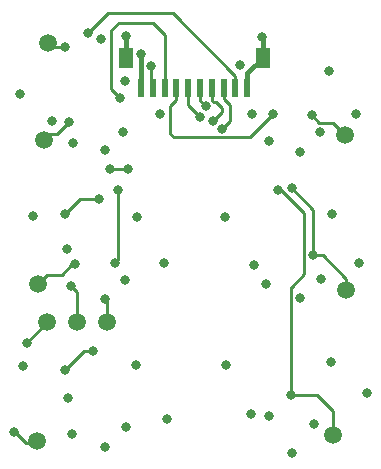
<source format=gbr>
%TF.GenerationSoftware,KiCad,Pcbnew,(5.99.0-11604-g878538abff)*%
%TF.CreationDate,2021-08-06T14:00:02+02:00*%
%TF.ProjectId,pixel-pump-ui-board,7375636b-6572-42d6-9f6e-652d75692d62,rev?*%
%TF.SameCoordinates,Original*%
%TF.FileFunction,Copper,L4,Bot*%
%TF.FilePolarity,Positive*%
%FSLAX46Y46*%
G04 Gerber Fmt 4.6, Leading zero omitted, Abs format (unit mm)*
G04 Created by KiCad (PCBNEW (5.99.0-11604-g878538abff)) date 2021-08-06 14:00:02*
%MOMM*%
%LPD*%
G01*
G04 APERTURE LIST*
%TA.AperFunction,SMDPad,CuDef*%
%ADD10C,1.500000*%
%TD*%
%TA.AperFunction,SMDPad,CuDef*%
%ADD11R,0.600000X1.550000*%
%TD*%
%TA.AperFunction,SMDPad,CuDef*%
%ADD12R,1.200000X1.800000*%
%TD*%
%TA.AperFunction,ViaPad*%
%ADD13C,0.800000*%
%TD*%
%TA.AperFunction,Conductor*%
%ADD14C,0.400000*%
%TD*%
%TA.AperFunction,Conductor*%
%ADD15C,0.250000*%
%TD*%
G04 APERTURE END LIST*
D10*
%TO.P,TP9,1,1*%
%TO.N,+5V*%
X72085200Y-93573600D03*
%TD*%
%TO.P,TP3,1,1*%
%TO.N,LOW_BTN*%
X68707000Y-90297000D03*
%TD*%
D11*
%TO.P,J1,1,1*%
%TO.N,GND*%
X86465800Y-73713600D03*
%TO.P,J1,2,2*%
%TO.N,LED_DATA*%
X85465800Y-73713600D03*
%TO.P,J1,3,3*%
%TO.N,TRIGGER_BTN*%
X84465800Y-73713600D03*
%TO.P,J1,4,4*%
%TO.N,REVERSE_BTN*%
X83465800Y-73713600D03*
%TO.P,J1,5,5*%
%TO.N,HIGH_BTN*%
X82465800Y-73713600D03*
%TO.P,J1,6,6*%
%TO.N,LOW_BTN*%
X81465800Y-73713600D03*
%TO.P,J1,7,7*%
%TO.N,DROP_BTN*%
X80465800Y-73713600D03*
%TO.P,J1,8,8*%
%TO.N,LIFT_BTN*%
X79465800Y-73713600D03*
%TO.P,J1,9,9*%
%TO.N,+3V3*%
X78465800Y-73713600D03*
%TO.P,J1,10,10*%
%TO.N,+5V*%
X77465800Y-73713600D03*
D12*
%TO.P,J1,S1,SHIELD*%
%TO.N,GND*%
X87765800Y-71188600D03*
%TO.P,J1,S2,SHIELD*%
X76165800Y-71188600D03*
%TD*%
D10*
%TO.P,TP4,1,1*%
%TO.N,DROP_BTN*%
X94767400Y-77724000D03*
%TD*%
%TO.P,TP2,1,1*%
%TO.N,LIFT_BTN*%
X69240400Y-78130400D03*
%TD*%
%TO.P,TP7,1,1*%
%TO.N,TRIGGER_BTN*%
X93700600Y-103124000D03*
%TD*%
%TO.P,TP5,1,1*%
%TO.N,REVERSE_BTN*%
X68681600Y-103657400D03*
%TD*%
%TO.P,TP1,1,1*%
%TO.N,GND*%
X74625200Y-93573600D03*
%TD*%
%TO.P,TP8,1,1*%
%TO.N,LED_DATA*%
X69621400Y-69951600D03*
%TD*%
%TO.P,TP10,1,1*%
%TO.N,+3V3*%
X69545200Y-93573600D03*
%TD*%
%TO.P,TP6,1,1*%
%TO.N,HIGH_BTN*%
X94818200Y-90830400D03*
%TD*%
D13*
%TO.N,GND*%
X86842600Y-75920600D03*
X74447400Y-91617800D03*
X76174600Y-69316600D03*
X74066400Y-69596000D03*
X76123800Y-89966800D03*
X90271600Y-104648000D03*
X92659200Y-77444600D03*
X74422000Y-104089200D03*
X74422000Y-78994000D03*
X75971400Y-77419200D03*
X79679800Y-101727000D03*
X87731600Y-69443600D03*
X79086158Y-75897278D03*
X96600000Y-99600000D03*
X79425800Y-88569800D03*
X95707200Y-75946000D03*
X76174600Y-102438200D03*
X92100000Y-102200000D03*
X92684600Y-89941400D03*
X95961200Y-88544400D03*
X87045800Y-88696800D03*
X86791800Y-101295200D03*
X90957400Y-79146400D03*
X69900800Y-76530200D03*
X90957400Y-91490800D03*
X71300000Y-100000000D03*
X71200000Y-87400000D03*
%TO.N,LIFT_BTN*%
X75717400Y-74599800D03*
X71374000Y-76606400D03*
%TO.N,HIGH_BTN*%
X90220800Y-82194400D03*
X92049600Y-87909400D03*
X82931000Y-75260200D03*
%TO.N,REVERSE_BTN*%
X76377800Y-80594200D03*
X66700000Y-102900000D03*
X74853800Y-80568800D03*
X83540600Y-76530200D03*
%TO.N,DROP_BTN*%
X88671400Y-75895200D03*
X91948000Y-76047600D03*
%TO.N,LOW_BTN*%
X75285600Y-88569800D03*
X71907400Y-88620600D03*
X82487984Y-76179533D03*
X75539600Y-82372200D03*
%TO.N,TRIGGER_BTN*%
X90170000Y-99745800D03*
X89052400Y-82372200D03*
X84328000Y-77165200D03*
%TO.N,+5V*%
X84683600Y-97155000D03*
X88036400Y-90297000D03*
X71628000Y-103047800D03*
X71678800Y-78384400D03*
X71526400Y-90474800D03*
X85877400Y-71805800D03*
X84607400Y-84632800D03*
X68351400Y-84582000D03*
X93624400Y-84404200D03*
X88341200Y-101473000D03*
X76123800Y-73152000D03*
X88341200Y-78257400D03*
X93548200Y-96926400D03*
X77089000Y-84632800D03*
X67250000Y-74250000D03*
X77470000Y-70840600D03*
X77063600Y-97155000D03*
X93345000Y-72263000D03*
X67487800Y-97231200D03*
%TO.N,LED_DATA*%
X71000000Y-70250000D03*
X72974200Y-69088000D03*
%TO.N,DO_DROP*%
X70993000Y-84429600D03*
X73914000Y-83108800D03*
%TO.N,DO_HIGH*%
X73380600Y-95961200D03*
X70993000Y-97586800D03*
%TO.N,+3V3*%
X67800000Y-95300000D03*
X78333600Y-71907400D03*
%TD*%
D14*
%TO.N,GND*%
X87765800Y-69477800D02*
X87731600Y-69443600D01*
D15*
X74625200Y-93573600D02*
X74625200Y-91795600D01*
D14*
X76165800Y-71188600D02*
X76165800Y-69325400D01*
X76165800Y-69325400D02*
X76174600Y-69316600D01*
X87765800Y-71188600D02*
X87765800Y-69477800D01*
X86465800Y-72488600D02*
X87765800Y-71188600D01*
D15*
X74625200Y-91795600D02*
X74447400Y-91617800D01*
D14*
X86465800Y-73713600D02*
X86465800Y-72488600D01*
D15*
%TO.N,LIFT_BTN*%
X75717400Y-74599800D02*
X74930000Y-73812400D01*
X78460600Y-68224400D02*
X79465800Y-69229600D01*
X74930000Y-73812400D02*
X74930000Y-68859400D01*
X74930000Y-68859400D02*
X75565000Y-68224400D01*
X70383400Y-77597000D02*
X71374000Y-76606400D01*
X69240400Y-78130400D02*
X69773800Y-77597000D01*
X70180200Y-77597000D02*
X70383400Y-77597000D01*
X69773800Y-77597000D02*
X70180200Y-77597000D01*
X79465800Y-69229600D02*
X79465800Y-73713600D01*
X75565000Y-68224400D02*
X78460600Y-68224400D01*
%TO.N,HIGH_BTN*%
X82931000Y-75260200D02*
X82465800Y-74795000D01*
X92049600Y-84023200D02*
X92049600Y-87909400D01*
X82465800Y-74795000D02*
X82465800Y-73713600D01*
X94818200Y-89890600D02*
X92837000Y-87909400D01*
X94818200Y-90830400D02*
X94818200Y-89890600D01*
X90220800Y-82194400D02*
X92049600Y-84023200D01*
X92837000Y-87909400D02*
X92049600Y-87909400D01*
%TO.N,REVERSE_BTN*%
X83465800Y-74770400D02*
X83465800Y-73713600D01*
X83820000Y-74904600D02*
X83600000Y-74904600D01*
X67700000Y-103800000D02*
X68539000Y-103800000D01*
X66700000Y-102900000D02*
X66800000Y-102900000D01*
X66800000Y-102900000D02*
X67700000Y-103800000D01*
X68539000Y-103800000D02*
X68681600Y-103657400D01*
X74879200Y-80594200D02*
X74853800Y-80568800D01*
X83600000Y-74904600D02*
X83465800Y-74770400D01*
X84328000Y-75742800D02*
X84328000Y-75412600D01*
X83540600Y-76530200D02*
X84328000Y-75742800D01*
X68681600Y-103657400D02*
X68681600Y-103454200D01*
X76377800Y-80594200D02*
X74879200Y-80594200D01*
X84328000Y-75412600D02*
X83820000Y-74904600D01*
%TO.N,DROP_BTN*%
X92557600Y-76657200D02*
X91948000Y-76047600D01*
X79959200Y-75285600D02*
X79959200Y-77622400D01*
X86676899Y-77889701D02*
X88671400Y-75895200D01*
X94767400Y-77724000D02*
X93700600Y-76657200D01*
X80465800Y-74779000D02*
X79959200Y-75285600D01*
X93700600Y-76657200D02*
X93573600Y-76657200D01*
X83122101Y-77889701D02*
X86676899Y-77889701D01*
X83110002Y-77901800D02*
X83122101Y-77889701D01*
X93573600Y-76657200D02*
X92557600Y-76657200D01*
X80465800Y-73713600D02*
X80465800Y-74779000D01*
X79959200Y-77622400D02*
X80238600Y-77901800D01*
X80238600Y-77901800D02*
X83110002Y-77901800D01*
%TO.N,LOW_BTN*%
X70739000Y-89535000D02*
X71577200Y-88696800D01*
X75539600Y-82372200D02*
X75539600Y-88315800D01*
X81465800Y-73713600D02*
X81465800Y-75157349D01*
X71577200Y-88696800D02*
X71653400Y-88620600D01*
X81465800Y-75157349D02*
X82487984Y-76179533D01*
X75539600Y-88315800D02*
X75285600Y-88569800D01*
X68707000Y-90297000D02*
X69469000Y-89535000D01*
X69469000Y-89535000D02*
X70739000Y-89535000D01*
X71653400Y-88620600D02*
X71907400Y-88620600D01*
%TO.N,TRIGGER_BTN*%
X84963000Y-76530200D02*
X84963000Y-75158600D01*
X89357200Y-82372200D02*
X91262200Y-84277200D01*
X84328000Y-77165200D02*
X84963000Y-76530200D01*
X91262200Y-89509600D02*
X90220800Y-90551000D01*
X84465800Y-74661400D02*
X84465800Y-73713600D01*
X89052400Y-82372200D02*
X89357200Y-82372200D01*
X84963000Y-75158600D02*
X84465800Y-74661400D01*
X90220800Y-90551000D02*
X90170000Y-90601800D01*
X90170000Y-90601800D02*
X90170000Y-99745800D01*
X91262200Y-84277200D02*
X91262200Y-89509600D01*
X93700600Y-101092000D02*
X92354400Y-99745800D01*
X92354400Y-99745800D02*
X90170000Y-99745800D01*
X93700600Y-103124000D02*
X93700600Y-101092000D01*
D14*
%TO.N,+5V*%
X77465800Y-73713600D02*
X77465800Y-70844800D01*
D15*
X72085200Y-93573600D02*
X72085200Y-91033600D01*
D14*
X77465800Y-70844800D02*
X77470000Y-70840600D01*
D15*
X72085200Y-91033600D02*
X71526400Y-90474800D01*
%TO.N,LED_DATA*%
X85465800Y-72688600D02*
X80138000Y-67360800D01*
X85465800Y-73713600D02*
X85465800Y-72688600D01*
X77444600Y-67360800D02*
X74701400Y-67360800D01*
X74701400Y-67360800D02*
X72974200Y-69088000D01*
X71000000Y-70250000D02*
X69919800Y-70250000D01*
X80138000Y-67360800D02*
X77444600Y-67360800D01*
X69919800Y-70250000D02*
X69621400Y-69951600D01*
%TO.N,DO_DROP*%
X72313800Y-83108800D02*
X70993000Y-84429600D01*
X73914000Y-83108800D02*
X72313800Y-83108800D01*
%TO.N,DO_HIGH*%
X72618600Y-95961200D02*
X70993000Y-97586800D01*
X73380600Y-95961200D02*
X72618600Y-95961200D01*
%TO.N,+3V3*%
X78333600Y-73581400D02*
X78465800Y-73713600D01*
X69545200Y-93573600D02*
X69526400Y-93573600D01*
X69526400Y-93573600D02*
X67800000Y-95300000D01*
X78333600Y-71907400D02*
X78333600Y-73581400D01*
%TD*%
M02*

</source>
